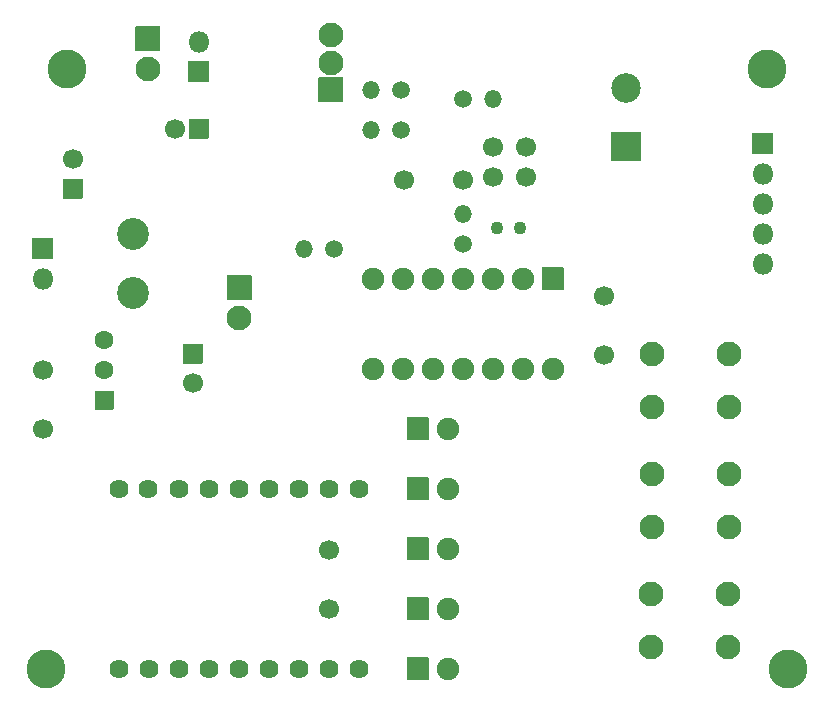
<source format=gts>
G04 #@! TF.GenerationSoftware,KiCad,Pcbnew,(5.1.9)-1*
G04 #@! TF.CreationDate,2021-05-29T13:59:19+09:00*
G04 #@! TF.ProjectId,green_pomp4,67726565-6e5f-4706-9f6d-70342e6b6963,rev?*
G04 #@! TF.SameCoordinates,Original*
G04 #@! TF.FileFunction,Soldermask,Top*
G04 #@! TF.FilePolarity,Negative*
%FSLAX46Y46*%
G04 Gerber Fmt 4.6, Leading zero omitted, Abs format (unit mm)*
G04 Created by KiCad (PCBNEW (5.1.9)-1) date 2021-05-29 13:59:19*
%MOMM*%
%LPD*%
G01*
G04 APERTURE LIST*
%ADD10C,1.500000*%
%ADD11O,1.500000X1.500000*%
%ADD12C,1.900000*%
%ADD13C,2.700000*%
%ADD14C,2.500000*%
%ADD15C,3.300000*%
%ADD16C,2.100000*%
%ADD17C,1.700000*%
%ADD18O,1.800000X1.800000*%
%ADD19C,1.624000*%
%ADD20C,1.100000*%
%ADD21C,1.600000*%
G04 APERTURE END LIST*
D10*
G04 #@! TO.C,R4*
X69850000Y-38100000D03*
D11*
X72390000Y-38100000D03*
G04 #@! TD*
G04 #@! TO.C,U4*
G36*
G01*
X76570000Y-52390000D02*
X78370000Y-52390000D01*
G75*
G02*
X78420000Y-52440000I0J-50000D01*
G01*
X78420000Y-54240000D01*
G75*
G02*
X78370000Y-54290000I-50000J0D01*
G01*
X76570000Y-54290000D01*
G75*
G02*
X76520000Y-54240000I0J50000D01*
G01*
X76520000Y-52440000D01*
G75*
G02*
X76570000Y-52390000I50000J0D01*
G01*
G37*
D12*
X74930000Y-53340000D03*
X72390000Y-53340000D03*
X69850000Y-53340000D03*
X67310000Y-53340000D03*
X64770000Y-53340000D03*
X62230000Y-53340000D03*
X62230000Y-60960000D03*
X64770000Y-60960000D03*
X67310000Y-60960000D03*
X69850000Y-60960000D03*
X72390000Y-60960000D03*
X74930000Y-60960000D03*
X77470000Y-60960000D03*
G04 #@! TD*
D13*
G04 #@! TO.C,L1*
X41910000Y-49530000D03*
X41910000Y-54530000D03*
G04 #@! TD*
D14*
G04 #@! TO.C,C7*
X83693000Y-37164000D03*
G36*
G01*
X84893000Y-43414000D02*
X82493000Y-43414000D01*
G75*
G02*
X82443000Y-43364000I0J50000D01*
G01*
X82443000Y-40964000D01*
G75*
G02*
X82493000Y-40914000I50000J0D01*
G01*
X84893000Y-40914000D01*
G75*
G02*
X84943000Y-40964000I0J-50000D01*
G01*
X84943000Y-43364000D01*
G75*
G02*
X84893000Y-43414000I-50000J0D01*
G01*
G37*
G04 #@! TD*
D15*
G04 #@! TO.C,M3 hole*
X95631000Y-35560000D03*
G04 #@! TD*
G04 #@! TO.C,M3 hole*
X36322000Y-35560000D03*
G04 #@! TD*
G04 #@! TO.C,M3 hole*
X34607500Y-86423500D03*
G04 #@! TD*
G04 #@! TO.C,M3 hole*
X97409000Y-86423500D03*
G04 #@! TD*
G04 #@! TO.C,D2*
G36*
G01*
X49927000Y-53052000D02*
X51927000Y-53052000D01*
G75*
G02*
X51977000Y-53102000I0J-50000D01*
G01*
X51977000Y-55102000D01*
G75*
G02*
X51927000Y-55152000I-50000J0D01*
G01*
X49927000Y-55152000D01*
G75*
G02*
X49877000Y-55102000I0J50000D01*
G01*
X49877000Y-53102000D01*
G75*
G02*
X49927000Y-53052000I50000J0D01*
G01*
G37*
D16*
X50927000Y-56642000D03*
G04 #@! TD*
G04 #@! TO.C,Q1*
G36*
G01*
X59724000Y-36338000D02*
X59724000Y-38338000D01*
G75*
G02*
X59674000Y-38388000I-50000J0D01*
G01*
X57674000Y-38388000D01*
G75*
G02*
X57624000Y-38338000I0J50000D01*
G01*
X57624000Y-36338000D01*
G75*
G02*
X57674000Y-36288000I50000J0D01*
G01*
X59674000Y-36288000D01*
G75*
G02*
X59724000Y-36338000I0J-50000D01*
G01*
G37*
X58674000Y-35038000D03*
X58674000Y-32738000D03*
G04 #@! TD*
G04 #@! TO.C,C1*
G36*
G01*
X48348000Y-39840000D02*
X48348000Y-41440000D01*
G75*
G02*
X48298000Y-41490000I-50000J0D01*
G01*
X46698000Y-41490000D01*
G75*
G02*
X46648000Y-41440000I0J50000D01*
G01*
X46648000Y-39840000D01*
G75*
G02*
X46698000Y-39790000I50000J0D01*
G01*
X48298000Y-39790000D01*
G75*
G02*
X48348000Y-39840000I0J-50000D01*
G01*
G37*
D17*
X45498000Y-40640000D03*
G04 #@! TD*
G04 #@! TO.C,C2*
G36*
G01*
X37630000Y-46570000D02*
X36030000Y-46570000D01*
G75*
G02*
X35980000Y-46520000I0J50000D01*
G01*
X35980000Y-44920000D01*
G75*
G02*
X36030000Y-44870000I50000J0D01*
G01*
X37630000Y-44870000D01*
G75*
G02*
X37680000Y-44920000I0J-50000D01*
G01*
X37680000Y-46520000D01*
G75*
G02*
X37630000Y-46570000I-50000J0D01*
G01*
G37*
X36830000Y-43220000D03*
G04 #@! TD*
G04 #@! TO.C,C5*
X34290000Y-61040000D03*
X34290000Y-66040000D03*
G04 #@! TD*
G04 #@! TO.C,C6*
G36*
G01*
X46190000Y-58840000D02*
X47790000Y-58840000D01*
G75*
G02*
X47840000Y-58890000I0J-50000D01*
G01*
X47840000Y-60490000D01*
G75*
G02*
X47790000Y-60540000I-50000J0D01*
G01*
X46190000Y-60540000D01*
G75*
G02*
X46140000Y-60490000I0J50000D01*
G01*
X46140000Y-58890000D01*
G75*
G02*
X46190000Y-58840000I50000J0D01*
G01*
G37*
X46990000Y-62190000D03*
G04 #@! TD*
G04 #@! TO.C,C8*
X58547000Y-76327000D03*
X58547000Y-81327000D03*
G04 #@! TD*
G04 #@! TO.C,C9*
X81788000Y-54817000D03*
X81788000Y-59817000D03*
G04 #@! TD*
G04 #@! TO.C,C10*
X69850000Y-44958000D03*
X64850000Y-44958000D03*
G04 #@! TD*
G04 #@! TO.C,D1*
G36*
G01*
X42180000Y-31970000D02*
X44180000Y-31970000D01*
G75*
G02*
X44230000Y-32020000I0J-50000D01*
G01*
X44230000Y-34020000D01*
G75*
G02*
X44180000Y-34070000I-50000J0D01*
G01*
X42180000Y-34070000D01*
G75*
G02*
X42130000Y-34020000I0J50000D01*
G01*
X42130000Y-32020000D01*
G75*
G02*
X42180000Y-31970000I50000J0D01*
G01*
G37*
D16*
X43180000Y-35560000D03*
G04 #@! TD*
G04 #@! TO.C,J1*
G36*
G01*
X33440000Y-49900000D02*
X35140000Y-49900000D01*
G75*
G02*
X35190000Y-49950000I0J-50000D01*
G01*
X35190000Y-51650000D01*
G75*
G02*
X35140000Y-51700000I-50000J0D01*
G01*
X33440000Y-51700000D01*
G75*
G02*
X33390000Y-51650000I0J50000D01*
G01*
X33390000Y-49950000D01*
G75*
G02*
X33440000Y-49900000I50000J0D01*
G01*
G37*
D18*
X34290000Y-53340000D03*
G04 #@! TD*
G04 #@! TO.C,J2*
G36*
G01*
X48398000Y-34964000D02*
X48398000Y-36664000D01*
G75*
G02*
X48348000Y-36714000I-50000J0D01*
G01*
X46648000Y-36714000D01*
G75*
G02*
X46598000Y-36664000I0J50000D01*
G01*
X46598000Y-34964000D01*
G75*
G02*
X46648000Y-34914000I50000J0D01*
G01*
X48348000Y-34914000D01*
G75*
G02*
X48398000Y-34964000I0J-50000D01*
G01*
G37*
X47498000Y-33274000D03*
G04 #@! TD*
G04 #@! TO.C,J3*
G36*
G01*
X94350000Y-42760000D02*
X94350000Y-41060000D01*
G75*
G02*
X94400000Y-41010000I50000J0D01*
G01*
X96100000Y-41010000D01*
G75*
G02*
X96150000Y-41060000I0J-50000D01*
G01*
X96150000Y-42760000D01*
G75*
G02*
X96100000Y-42810000I-50000J0D01*
G01*
X94400000Y-42810000D01*
G75*
G02*
X94350000Y-42760000I0J50000D01*
G01*
G37*
X95250000Y-44450000D03*
X95250000Y-46990000D03*
X95250000Y-49530000D03*
X95250000Y-52070000D03*
G04 #@! TD*
G04 #@! TO.C,LED1*
G36*
G01*
X65090000Y-66940000D02*
X65090000Y-65140000D01*
G75*
G02*
X65140000Y-65090000I50000J0D01*
G01*
X66940000Y-65090000D01*
G75*
G02*
X66990000Y-65140000I0J-50000D01*
G01*
X66990000Y-66940000D01*
G75*
G02*
X66940000Y-66990000I-50000J0D01*
G01*
X65140000Y-66990000D01*
G75*
G02*
X65090000Y-66940000I0J50000D01*
G01*
G37*
D12*
X68580000Y-66040000D03*
G04 #@! TD*
G04 #@! TO.C,LED2*
G36*
G01*
X65090000Y-72020000D02*
X65090000Y-70220000D01*
G75*
G02*
X65140000Y-70170000I50000J0D01*
G01*
X66940000Y-70170000D01*
G75*
G02*
X66990000Y-70220000I0J-50000D01*
G01*
X66990000Y-72020000D01*
G75*
G02*
X66940000Y-72070000I-50000J0D01*
G01*
X65140000Y-72070000D01*
G75*
G02*
X65090000Y-72020000I0J50000D01*
G01*
G37*
X68580000Y-71120000D03*
G04 #@! TD*
G04 #@! TO.C,LED3*
X68580000Y-76200000D03*
G36*
G01*
X65090000Y-77100000D02*
X65090000Y-75300000D01*
G75*
G02*
X65140000Y-75250000I50000J0D01*
G01*
X66940000Y-75250000D01*
G75*
G02*
X66990000Y-75300000I0J-50000D01*
G01*
X66990000Y-77100000D01*
G75*
G02*
X66940000Y-77150000I-50000J0D01*
G01*
X65140000Y-77150000D01*
G75*
G02*
X65090000Y-77100000I0J50000D01*
G01*
G37*
G04 #@! TD*
G04 #@! TO.C,LED4*
X68580000Y-81280000D03*
G36*
G01*
X65090000Y-82180000D02*
X65090000Y-80380000D01*
G75*
G02*
X65140000Y-80330000I50000J0D01*
G01*
X66940000Y-80330000D01*
G75*
G02*
X66990000Y-80380000I0J-50000D01*
G01*
X66990000Y-82180000D01*
G75*
G02*
X66940000Y-82230000I-50000J0D01*
G01*
X65140000Y-82230000D01*
G75*
G02*
X65090000Y-82180000I0J50000D01*
G01*
G37*
G04 #@! TD*
G04 #@! TO.C,LED5*
G36*
G01*
X65090000Y-87260000D02*
X65090000Y-85460000D01*
G75*
G02*
X65140000Y-85410000I50000J0D01*
G01*
X66940000Y-85410000D01*
G75*
G02*
X66990000Y-85460000I0J-50000D01*
G01*
X66990000Y-87260000D01*
G75*
G02*
X66940000Y-87310000I-50000J0D01*
G01*
X65140000Y-87310000D01*
G75*
G02*
X65090000Y-87260000I0J50000D01*
G01*
G37*
X68580000Y-86360000D03*
G04 #@! TD*
D11*
G04 #@! TO.C,R1*
X62103000Y-37338000D03*
D10*
X64643000Y-37338000D03*
G04 #@! TD*
G04 #@! TO.C,R2*
X64643000Y-40767000D03*
D11*
X62103000Y-40767000D03*
G04 #@! TD*
G04 #@! TO.C,R5*
X56388000Y-50800000D03*
D10*
X58928000Y-50800000D03*
G04 #@! TD*
G04 #@! TO.C,R6*
X69850000Y-50419000D03*
D11*
X69850000Y-47879000D03*
G04 #@! TD*
D16*
G04 #@! TO.C,SW1*
X85915500Y-64190000D03*
X85915500Y-59690000D03*
X92415500Y-64190000D03*
X92415500Y-59690000D03*
G04 #@! TD*
G04 #@! TO.C,SW2*
X92415500Y-69850000D03*
X92415500Y-74350000D03*
X85915500Y-69850000D03*
X85915500Y-74350000D03*
G04 #@! TD*
G04 #@! TO.C,SW3*
X85788500Y-84510000D03*
X85788500Y-80010000D03*
X92288500Y-84510000D03*
X92288500Y-80010000D03*
G04 #@! TD*
D19*
G04 #@! TO.C,U1*
X50927000Y-71120000D03*
X48387000Y-71120000D03*
X45847000Y-71120000D03*
X43180000Y-71120000D03*
X40767000Y-71120000D03*
X53467000Y-71120000D03*
X56007000Y-71120000D03*
X58547000Y-71120000D03*
X61087000Y-71120000D03*
X50927000Y-86360000D03*
X48387000Y-86360000D03*
X45847000Y-86360000D03*
X43307000Y-86360000D03*
X40767000Y-86360000D03*
X53467000Y-86360000D03*
X56007000Y-86360000D03*
X58547000Y-86360000D03*
X61087000Y-86360000D03*
G04 #@! TD*
D20*
G04 #@! TO.C,Y1*
X74676000Y-49022000D03*
X72776000Y-49022000D03*
G04 #@! TD*
D21*
G04 #@! TO.C,U2*
X39497000Y-61087000D03*
X39497000Y-58547000D03*
G36*
G01*
X40247000Y-64427000D02*
X38747000Y-64427000D01*
G75*
G02*
X38697000Y-64377000I0J50000D01*
G01*
X38697000Y-62877000D01*
G75*
G02*
X38747000Y-62827000I50000J0D01*
G01*
X40247000Y-62827000D01*
G75*
G02*
X40297000Y-62877000I0J-50000D01*
G01*
X40297000Y-64377000D01*
G75*
G02*
X40247000Y-64427000I-50000J0D01*
G01*
G37*
G04 #@! TD*
D17*
G04 #@! TO.C,C3*
X75184000Y-44704000D03*
X75184000Y-42204000D03*
G04 #@! TD*
G04 #@! TO.C,C4*
X72390000Y-42204000D03*
X72390000Y-44704000D03*
G04 #@! TD*
M02*

</source>
